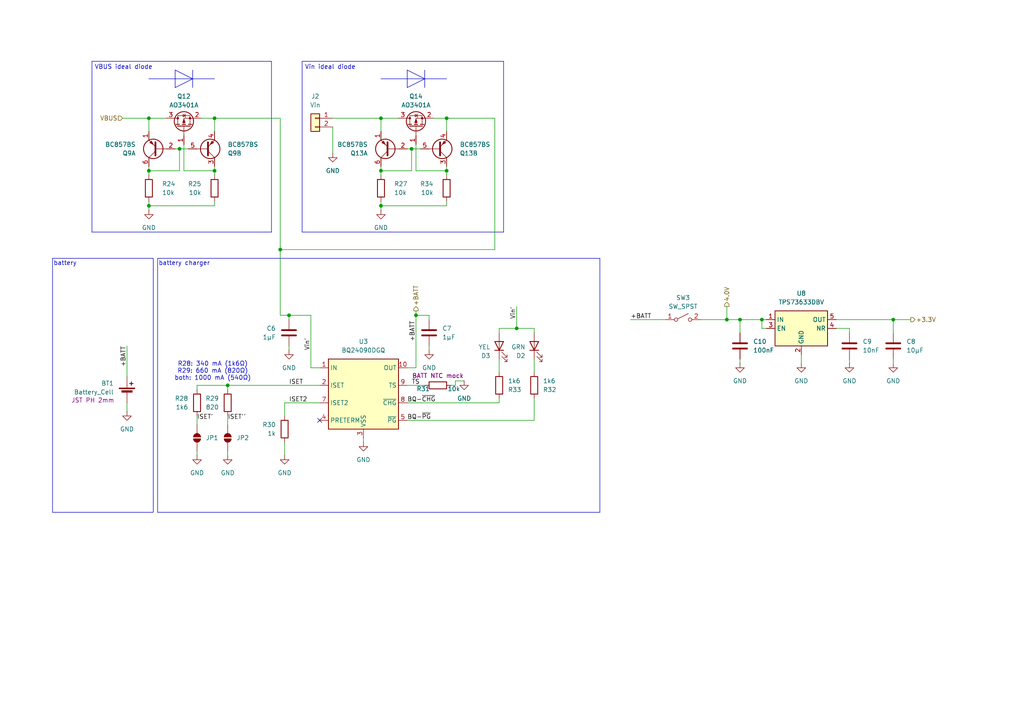
<source format=kicad_sch>
(kicad_sch (version 20231120) (generator "eeschema") (generator_version "8.0")
  (paper "A4")
  (title_block (title "${title}") (date "01.11.2024") (rev "${revision}") (company "author: ${author}"))
  (lib_symbols
    (symbol "Battery_Management:BQ24090DGQ"
      (property "Reference" "U" (at -9.398 13.462 0))
      (property "Value" "BQ24090DGQ" (at -3.81 11.43 0))
      (symbol "BQ24090DGQ_0_1"
        (rectangle (start -10.16 10.16) (end 10.16 -10.16) (stroke (width 0.254)) (fill (type background)))
      )
      (symbol "BQ24090DGQ_1_1"
        (pin power_in line (at -12.7 7.62 0) (length 2.54) (name "IN") (number "1"))
        (pin power_out line (at 12.7 7.62 180) (length 2.54) (name "OUT") (number "10"))
        (pin passive line (at 0 -12.7 90) (length 2.54) hide (name "VSS") (number "11"))
        (pin passive line (at -12.7 2.54 0) (length 2.54) (name "ISET") (number "2"))
        (pin power_in line (at 0 -12.7 90) (length 2.54) (name "VSS") (number "3"))
        (pin passive line (at -12.7 -7.62 0) (length 2.54) (name "PRETERM") (number "4"))
        (pin open_collector line (at 12.7 -7.62 180) (length 2.54) (name "~{PG}") (number "5"))
        (pin no_connect line (at 5.08 -10.16 90) (length 2.54) hide (name "NC") (number "6"))
        (pin passive line (at -12.7 -2.54 0) (length 2.54) (name "ISET2") (number "7"))
        (pin open_collector line (at 12.7 -2.54 180) (length 2.54) (name "~{CHG}") (number "8"))
        (pin passive line (at 12.7 2.54 180) (length 2.54) (name "TS") (number "9"))
      )
    )
    (symbol "Connector_Generic:Conn_01x02" (pin_names (offset 1.016) hide)
      (property "Reference" "J" (at 0 2.54 0))
      (property "Value" "Conn_01x02" (at 0 -5.08 0))
      (symbol "Conn_01x02_1_1"
        (rectangle (start -1.27 -2.413) (end 0 -2.667) (stroke (width 0.1524)))
        (rectangle (start -1.27 0.127) (end 0 -0.127) (stroke (width 0.1524)))
        (rectangle (start -1.27 1.27) (end 1.27 -3.81) (stroke (width 0.254)) (fill (type background)))
        (pin passive line (at -5.08 0 0) (length 3.81) (name "Pin_1") (number "1"))
        (pin passive line (at -5.08 -2.54 0) (length 3.81) (name "Pin_2") (number "2"))
      )
    )
    (symbol "Device:Battery_Cell" (pin_numbers hide) (pin_names (offset 0) hide)
      (property "Reference" "BT" (at 2.54 2.54 0))
      (property "Value" "Battery_Cell" (at 2.54 0 0))
      (symbol "Battery_Cell_0_1"
        (rectangle (start -2.286 1.778) (end 2.286 1.524) (fill (type outline)))
        (rectangle (start -1.524 1.016) (end 1.524 0.508) (fill (type outline)))
        (polyline (pts (xy 0 0.762) (xy 0 0)))
        (polyline (pts (xy 0 1.778) (xy 0 2.54)))
        (polyline (pts (xy 0.762 3.048) (xy 1.778 3.048)) (stroke (width 0.254)))
        (polyline (pts (xy 1.27 3.556) (xy 1.27 2.54)) (stroke (width 0.254)))
      )
      (symbol "Battery_Cell_1_1"
        (pin passive line (at 0 5.08 270) (length 2.54) (name "+") (number "1"))
        (pin passive line (at 0 -2.54 90) (length 2.54) (name "-") (number "2"))
      )
    )
    (symbol "Device:C" (pin_numbers hide) (pin_names (offset 0.254))
      (property "Reference" "C" (at 0.635 2.54 0))
      (property "Value" "C" (at 0.635 -2.54 0))
      (symbol "C_0_1"
        (polyline (pts (xy -2.032 -0.762) (xy 2.032 -0.762)) (stroke (width 0.508)))
        (polyline (pts (xy -2.032 0.762) (xy 2.032 0.762)) (stroke (width 0.508)))
      )
      (symbol "C_1_1"
        (pin passive line (at 0 3.81 270) (length 2.794) (name "~") (number "1"))
        (pin passive line (at 0 -3.81 90) (length 2.794) (name "~") (number "2"))
      )
    )
    (symbol "Device:LED" (pin_numbers hide) (pin_names (offset 1.016) hide)
      (property "Reference" "D" (at 0 2.54 0))
      (property "Value" "LED" (at 0 -2.54 0))
      (symbol "LED_0_1"
        (polyline (pts (xy -1.27 -1.27) (xy -1.27 1.27)) (stroke (width 0.254)))
        (polyline (pts (xy -1.27 0) (xy 1.27 0)))
        (polyline (pts (xy 1.27 -1.27) (xy 1.27 1.27) (xy -1.27 0) (xy 1.27 -1.27)) (stroke (width 0.254)))
        (polyline (pts (xy -3.048 -0.762) (xy -4.572 -2.286) (xy -3.81 -2.286) (xy -4.572 -2.286) (xy -4.572 -1.524)))
        (polyline (pts (xy -1.778 -0.762) (xy -3.302 -2.286) (xy -2.54 -2.286) (xy -3.302 -2.286) (xy -3.302 -1.524)))
      )
      (symbol "LED_1_1"
        (pin passive line (at -3.81 0 0) (length 2.54) (name "K") (number "1"))
        (pin passive line (at 3.81 0 180) (length 2.54) (name "A") (number "2"))
      )
    )
    (symbol "Device:R" (pin_numbers hide) (pin_names (offset 0))
      (property "Reference" "R" (at 2.032 0 90))
      (property "Value" "R" (at 0 0 90))
      (symbol "R_0_1"
        (rectangle (start -1.016 -2.54) (end 1.016 2.54) (stroke (width 0.254)))
      )
      (symbol "R_1_1"
        (pin passive line (at 0 3.81 270) (length 1.27) (name "~") (number "1"))
        (pin passive line (at 0 -3.81 90) (length 1.27) (name "~") (number "2"))
      )
    )
    (symbol "Jumper:SolderJumper_2_Open" (pin_numbers hide) (pin_names (offset 0) hide) (exclude_from_sim yes) (in_bom no)
      (property "Reference" "JP" (at 0 2.032 0))
      (property "Value" "SolderJumper_2_Open" (at 0 -2.54 0))
      (symbol "SolderJumper_2_Open_0_1"
        (arc (start -0.254 1.016) (mid -1.2656 0) (end -0.254 -1.016))
        (arc (start -0.254 1.016) (mid -1.2656 0) (end -0.254 -1.016) (fill (type outline)))
        (polyline (pts (xy -0.254 1.016) (xy -0.254 -1.016)))
        (polyline (pts (xy 0.254 1.016) (xy 0.254 -1.016)))
        (arc (start 0.254 -1.016) (mid 1.2656 0) (end 0.254 1.016))
        (arc (start 0.254 -1.016) (mid 1.2656 0) (end 0.254 1.016) (fill (type outline)))
      )
      (symbol "SolderJumper_2_Open_1_1"
        (pin passive line (at -3.81 0 0) (length 2.54) (name "A") (number "1"))
        (pin passive line (at 3.81 0 180) (length 2.54) (name "B") (number "2"))
      )
    )
    (symbol "Regulator_Linear:TPS73633DBV"
      (property "Reference" "U" (at -6.35 6.35 0))
      (property "Value" "TPS73633DBV" (at 1.27 6.35 0))
      (symbol "TPS73633DBV_0_1"
        (rectangle (start -7.62 -5.08) (end 7.62 5.08) (stroke (width 0.254)) (fill (type background)))
      )
      (symbol "TPS73633DBV_1_1"
        (pin power_in line (at -10.16 2.54 0) (length 2.54) (name "IN") (number "1"))
        (pin power_in line (at 0 -7.62 90) (length 2.54) (name "GND") (number "2"))
        (pin input line (at -10.16 0 0) (length 2.54) (name "EN") (number "3"))
        (pin passive line (at 10.16 0 180) (length 2.54) (name "NR") (number "4"))
        (pin power_out line (at 10.16 2.54 180) (length 2.54) (name "OUT") (number "5"))
      )
    )
    (symbol "Switch:SW_SPST" (pin_names (offset 0) hide)
      (property "Reference" "SW" (at 0 3.175 0))
      (property "Value" "SW_SPST" (at 0 -2.54 0))
      (symbol "SW_SPST_0_0"
        (circle (center -2.032 0) (radius 0.508))
        (polyline (pts (xy -1.524 0.254) (xy 1.524 1.778)))
        (circle (center 2.032 0) (radius 0.508))
      )
      (symbol "SW_SPST_1_1"
        (pin passive line (at -5.08 0 0) (length 2.54) (name "A") (number "1"))
        (pin passive line (at 5.08 0 180) (length 2.54) (name "B") (number "2"))
      )
    )
    (symbol "Transistor_BJT:BC857BS" (pin_names (offset 0) hide)
      (property "Reference" "Q" (at 5.08 1.27 0))
      (property "Value" "BC857BS" (at 5.08 -1.27 0))
      (symbol "BC857BS_0_1"
        (polyline (pts (xy 0.635 0) (xy -2.54 0)))
        (polyline (pts (xy 0.635 0.635) (xy 2.54 2.54)))
        (polyline (pts (xy 0.635 -0.635) (xy 2.54 -2.54) (xy 2.54 -2.54)))
        (polyline (pts (xy 0.635 1.905) (xy 0.635 -1.905) (xy 0.635 -1.905)) (stroke (width 0.508)))
        (polyline (pts (xy 2.286 -1.778) (xy 1.778 -2.286) (xy 1.27 -1.27) (xy 2.286 -1.778) (xy 2.286 -1.778)) (fill (type outline)))
        (circle (center 1.27 0) (radius 2.8194) (stroke (width 0.254)))
      )
      (symbol "BC857BS_1_1"
        (pin passive line (at 2.54 -5.08 90) (length 2.54) (name "E1") (number "1"))
        (pin input line (at -5.08 0 0) (length 2.54) (name "B1") (number "2"))
        (pin passive line (at 2.54 5.08 270) (length 2.54) (name "C1") (number "6"))
      )
      (symbol "BC857BS_2_1"
        (pin passive line (at 2.54 5.08 270) (length 2.54) (name "C2") (number "3"))
        (pin passive line (at 2.54 -5.08 90) (length 2.54) (name "E2") (number "4"))
        (pin input line (at -5.08 0 0) (length 2.54) (name "B2") (number "5"))
      )
    )
    (symbol "Transistor_FET:AO3401A" (pin_names hide)
      (property "Reference" "Q" (at 5.08 1.905 0))
      (property "Value" "AO3401A" (at 5.08 0 0))
      (symbol "AO3401A_0_1"
        (polyline (pts (xy 0.254 0) (xy -2.54 0)))
        (polyline (pts (xy 0.254 1.905) (xy 0.254 -1.905)) (stroke (width 0.254)))
        (polyline (pts (xy 0.762 -1.27) (xy 0.762 -2.286)) (stroke (width 0.254)))
        (polyline (pts (xy 0.762 0.508) (xy 0.762 -0.508)) (stroke (width 0.254)))
        (polyline (pts (xy 0.762 2.286) (xy 0.762 1.27)) (stroke (width 0.254)))
        (polyline (pts (xy 2.54 2.54) (xy 2.54 1.778)))
        (polyline (pts (xy 2.54 -2.54) (xy 2.54 0) (xy 0.762 0)))
        (polyline (pts (xy 0.762 1.778) (xy 3.302 1.778) (xy 3.302 -1.778) (xy 0.762 -1.778)))
        (polyline (pts (xy 2.286 0) (xy 1.27 0.381) (xy 1.27 -0.381) (xy 2.286 0)) (fill (type outline)))
        (polyline (pts (xy 2.794 -0.508) (xy 2.921 -0.381) (xy 3.683 -0.381) (xy 3.81 -0.254)))
        (polyline (pts (xy 3.302 -0.381) (xy 2.921 0.254) (xy 3.683 0.254) (xy 3.302 -0.381)))
        (circle (center 1.651 0) (radius 2.794) (stroke (width 0.254)))
        (circle (center 2.54 -1.778) (radius 0.254) (fill (type outline)))
        (circle (center 2.54 1.778) (radius 0.254) (fill (type outline)))
      )
      (symbol "AO3401A_1_1"
        (pin input line (at -5.08 0 0) (length 2.54) (name "G") (number "1"))
        (pin passive line (at 2.54 -5.08 90) (length 2.54) (name "S") (number "2"))
        (pin passive line (at 2.54 5.08 270) (length 2.54) (name "D") (number "3"))
      )
    )
    (symbol "power:GND" (power) (pin_numbers hide) (pin_names (offset 0) hide)
      (property "Value" "GND" (at 0 -3.81 0))
      (symbol "GND_0_1"
        (polyline (pts (xy 0 0) (xy 0 -1.27) (xy 1.27 -1.27) (xy 0 -2.54) (xy -1.27 -1.27) (xy 0 -1.27)))
      )
      (symbol "GND_1_1"
        (pin power_in line (at 0 0 270) (length 0) (name "~") (number "1"))
      )
    )
  )
  (junction (at 214.63 92.71))
  (junction (at 119.38 43.18))
  (junction (at 83.82 91.44))
  (junction (at 43.18 34.29))
  (junction (at 210.82 92.71))
  (junction (at 110.49 59.69))
  (junction (at 110.49 34.29))
  (junction (at 43.18 59.69))
  (junction (at 62.23 49.53))
  (junction (at 66.04 111.76))
  (junction (at 81.28 72.39))
  (junction (at 259.08 92.71))
  (junction (at 110.49 49.53))
  (junction (at 120.65 91.44))
  (junction (at 62.23 34.29))
  (junction (at 129.54 34.29))
  (junction (at 129.54 49.53))
  (junction (at 52.07 43.18))
  (junction (at 149.86 95.25))
  (junction (at 220.98 92.71))
  (junction (at 43.18 49.53))
  (no_connect (at 92.71 121.92))
  (wire (pts (xy 232.41 105.41) (xy 232.41 102.87)))
  (wire (pts (xy 214.63 104.14) (xy 214.63 105.41)))
  (wire (pts (xy 43.18 58.42) (xy 43.18 59.69)))
  (wire (pts (xy 129.54 59.69) (xy 129.54 58.42)))
  (polyline (pts (xy 50.8 20.32) (xy 55.88 22.86)))
  (wire (pts (xy 36.83 100.33) (xy 36.83 109.22)))
  (wire (pts (xy 66.04 120.65) (xy 66.04 123.19)))
  (wire (pts (xy 132.08 111.76) (xy 132.08 110.49)))
  (wire (pts (xy 82.55 128.27) (xy 82.55 132.08)))
  (wire (pts (xy 43.18 49.53) (xy 43.18 48.26)))
  (wire (pts (xy 220.98 92.71) (xy 220.98 95.25)))
  (wire (pts (xy 246.38 104.14) (xy 246.38 105.41)))
  (wire (pts (xy 144.78 96.52) (xy 144.78 95.25)))
  (wire (pts (xy 119.38 43.18) (xy 119.38 49.53)))
  (wire (pts (xy 259.08 96.52) (xy 259.08 92.71)))
  (wire (pts (xy 143.51 34.29) (xy 143.51 72.39)))
  (wire (pts (xy 149.86 88.9) (xy 149.86 95.25)))
  (polyline (pts (xy 146.05 67.31) (xy 146.05 17.78)))
  (wire (pts (xy 52.07 49.53) (xy 43.18 49.53)))
  (wire (pts (xy 36.83 116.84) (xy 36.83 119.38)))
  (polyline (pts (xy 87.63 67.31) (xy 146.05 67.31)))
  (wire (pts (xy 246.38 96.52) (xy 246.38 95.25)))
  (wire (pts (xy 118.11 106.68) (xy 120.65 106.68)))
  (wire (pts (xy 110.49 34.29) (xy 110.49 38.1)))
  (wire (pts (xy 119.38 43.18) (xy 121.92 43.18)))
  (wire (pts (xy 53.34 41.91) (xy 53.34 49.53)))
  (wire (pts (xy 110.49 59.69) (xy 110.49 60.96)))
  (wire (pts (xy 132.08 111.76) (xy 130.81 111.76)))
  (polyline (pts (xy 44.45 148.59) (xy 44.45 74.93)))
  (wire (pts (xy 214.63 92.71) (xy 220.98 92.71)))
  (wire (pts (xy 118.11 121.92) (xy 154.94 121.92)))
  (wire (pts (xy 66.04 111.76) (xy 66.04 113.03)))
  (wire (pts (xy 259.08 92.71) (xy 264.16 92.71)))
  (polyline (pts (xy 110.49 22.86) (xy 129.54 22.86)))
  (wire (pts (xy 120.65 91.44) (xy 120.65 106.68)))
  (wire (pts (xy 90.17 91.44) (xy 90.17 106.68)))
  (wire (pts (xy 132.08 110.49) (xy 134.62 110.49)))
  (wire (pts (xy 154.94 96.52) (xy 154.94 95.25)))
  (wire (pts (xy 50.8 43.18) (xy 52.07 43.18)))
  (polyline (pts (xy 26.67 17.78) (xy 78.74 17.78)))
  (wire (pts (xy 83.82 100.33) (xy 83.82 101.6)))
  (wire (pts (xy 110.49 49.53) (xy 110.49 50.8)))
  (wire (pts (xy 119.38 49.53) (xy 110.49 49.53)))
  (polyline (pts (xy 45.72 148.59) (xy 173.99 148.59)))
  (polyline (pts (xy 87.63 17.78) (xy 146.05 17.78)))
  (wire (pts (xy 96.52 34.29) (xy 110.49 34.29)))
  (wire (pts (xy 62.23 34.29) (xy 62.23 38.1)))
  (wire (pts (xy 90.17 106.68) (xy 92.71 106.68)))
  (wire (pts (xy 120.65 49.53) (xy 129.54 49.53)))
  (wire (pts (xy 143.51 72.39) (xy 81.28 72.39)))
  (wire (pts (xy 62.23 49.53) (xy 62.23 50.8)))
  (wire (pts (xy 124.46 92.71) (xy 124.46 91.44)))
  (wire (pts (xy 43.18 59.69) (xy 62.23 59.69)))
  (polyline (pts (xy 118.11 20.32) (xy 123.19 22.86)))
  (wire (pts (xy 53.34 49.53) (xy 62.23 49.53)))
  (wire (pts (xy 83.82 91.44) (xy 90.17 91.44)))
  (wire (pts (xy 66.04 111.76) (xy 92.71 111.76)))
  (polyline (pts (xy 50.8 25.4) (xy 55.88 22.86)))
  (wire (pts (xy 125.73 34.29) (xy 129.54 34.29)))
  (wire (pts (xy 92.71 116.84) (xy 82.55 116.84)))
  (wire (pts (xy 62.23 59.69) (xy 62.23 58.42)))
  (wire (pts (xy 222.25 95.25) (xy 220.98 95.25)))
  (polyline (pts (xy 26.67 67.31) (xy 78.74 67.31)))
  (wire (pts (xy 149.86 95.25) (xy 154.94 95.25)))
  (wire (pts (xy 66.04 111.76) (xy 57.15 111.76)))
  (wire (pts (xy 35.56 34.29) (xy 43.18 34.29)))
  (wire (pts (xy 124.46 100.33) (xy 124.46 101.6)))
  (wire (pts (xy 81.28 34.29) (xy 81.28 72.39)))
  (wire (pts (xy 43.18 59.69) (xy 43.18 60.96)))
  (wire (pts (xy 83.82 92.71) (xy 83.82 91.44)))
  (wire (pts (xy 57.15 120.65) (xy 57.15 123.19)))
  (wire (pts (xy 110.49 49.53) (xy 110.49 48.26)))
  (wire (pts (xy 129.54 34.29) (xy 129.54 38.1)))
  (polyline (pts (xy 118.11 20.32) (xy 118.11 25.4)))
  (wire (pts (xy 66.04 130.81) (xy 66.04 132.08)))
  (wire (pts (xy 124.46 91.44) (xy 120.65 91.44)))
  (wire (pts (xy 154.94 104.14) (xy 154.94 107.95)))
  (wire (pts (xy 120.65 90.17) (xy 120.65 91.44)))
  (polyline (pts (xy 15.24 74.93) (xy 15.24 148.59)))
  (wire (pts (xy 105.41 127) (xy 105.41 128.27)))
  (wire (pts (xy 52.07 43.18) (xy 52.07 49.53)))
  (wire (pts (xy 57.15 130.81) (xy 57.15 132.08)))
  (wire (pts (xy 203.2 92.71) (xy 210.82 92.71)))
  (wire (pts (xy 82.55 116.84) (xy 82.55 120.65)))
  (wire (pts (xy 43.18 34.29) (xy 43.18 38.1)))
  (wire (pts (xy 57.15 111.76) (xy 57.15 113.03)))
  (wire (pts (xy 81.28 72.39) (xy 81.28 91.44)))
  (polyline (pts (xy 55.88 20.32) (xy 55.88 25.4)))
  (polyline (pts (xy 45.72 74.93) (xy 173.99 74.93)))
  (wire (pts (xy 62.23 34.29) (xy 81.28 34.29)))
  (wire (pts (xy 118.11 111.76) (xy 123.19 111.76)))
  (wire (pts (xy 110.49 58.42) (xy 110.49 59.69)))
  (wire (pts (xy 81.28 91.44) (xy 83.82 91.44)))
  (polyline (pts (xy 45.72 74.93) (xy 45.72 148.59)))
  (wire (pts (xy 154.94 121.92) (xy 154.94 115.57)))
  (wire (pts (xy 62.23 49.53) (xy 62.23 48.26)))
  (wire (pts (xy 58.42 34.29) (xy 62.23 34.29)))
  (polyline (pts (xy 43.18 22.86) (xy 62.23 22.86)))
  (wire (pts (xy 118.11 43.18) (xy 119.38 43.18)))
  (wire (pts (xy 52.07 43.18) (xy 54.61 43.18)))
  (wire (pts (xy 214.63 92.71) (xy 214.63 96.52)))
  (wire (pts (xy 220.98 92.71) (xy 222.25 92.71)))
  (wire (pts (xy 43.18 34.29) (xy 48.26 34.29)))
  (polyline (pts (xy 15.24 74.93) (xy 44.45 74.93)))
  (polyline (pts (xy 78.74 67.31) (xy 78.74 17.78)))
  (wire (pts (xy 110.49 59.69) (xy 129.54 59.69)))
  (wire (pts (xy 259.08 104.14) (xy 259.08 105.41)))
  (polyline (pts (xy 123.19 20.32) (xy 123.19 25.4)))
  (polyline (pts (xy 15.24 148.59) (xy 44.45 148.59)))
  (polyline (pts (xy 50.8 20.32) (xy 50.8 25.4)))
  (wire (pts (xy 210.82 88.9) (xy 210.82 92.71)))
  (polyline (pts (xy 87.63 17.78) (xy 87.63 67.31)))
  (wire (pts (xy 144.78 104.14) (xy 144.78 107.95)))
  (polyline (pts (xy 118.11 25.4) (xy 123.19 22.86)))
  (wire (pts (xy 246.38 95.25) (xy 242.57 95.25)))
  (wire (pts (xy 144.78 116.84) (xy 144.78 115.57)))
  (wire (pts (xy 118.11 116.84) (xy 144.78 116.84)))
  (wire (pts (xy 129.54 49.53) (xy 129.54 48.26)))
  (polyline (pts (xy 173.99 148.59) (xy 173.99 74.93)))
  (wire (pts (xy 144.78 95.25) (xy 149.86 95.25)))
  (wire (pts (xy 96.52 44.45) (xy 96.52 36.83)))
  (wire (pts (xy 182.88 92.71) (xy 193.04 92.71)))
  (wire (pts (xy 210.82 92.71) (xy 214.63 92.71)))
  (wire (pts (xy 129.54 49.53) (xy 129.54 50.8)))
  (wire (pts (xy 242.57 92.71) (xy 259.08 92.71)))
  (wire (pts (xy 129.54 34.29) (xy 143.51 34.29)))
  (wire (pts (xy 43.18 49.53) (xy 43.18 50.8)))
  (wire (pts (xy 110.49 34.29) (xy 115.57 34.29)))
  (polyline (pts (xy 26.67 17.78) (xy 26.67 67.31)))
  (wire (pts (xy 120.65 41.91) (xy 120.65 49.53)))
  (text "battery" (at 15.494 76.454 0) (effects (font (size 1.27 1.27)) (justify left)))
  (text "Vin ideal diode\n" (at 88.392 19.558 0) (effects (font (size 1.27 1.27)) (justify left)))
  (text "battery charger" (at 45.974 76.454 0) (effects (font (size 1.27 1.27)) (justify left)))
  (text "R28: 340 mA (1k6Ω)\nR29: 660 mA (820Ω)\nboth: 1000 mA (540Ω)" (at 61.722 107.696 0) (effects (font (size 1.27 1.27))))
  (text "VBUS ideal diode\n" (at 27.432 19.558 0) (effects (font (size 1.27 1.27)) (justify left)))
  (label "BQ-~{CHG}" (at 118.11 116.84 0))
  (label "+BATT" (at 36.83 100.33 270))
  (label "+BATT" (at 120.65 99.06 90))
  (label "ISET2" (at 83.82 116.84 0))
  (label "ISET'" (at 57.15 121.92 0))
  (label "ISET''" (at 66.04 121.92 0))
  (label "+BATT" (at 182.88 92.71 0))
  (label "Vin'" (at 149.86 88.9 270))
  (label "ISET" (at 83.82 111.76 0))
  (label "TS" (at 119.38 111.76 0))
  (label "BQ-~{PG}" (at 118.11 121.92 0))
  (label "Vin'" (at 90.17 101.6 90))
  (hierarchical_label "+BATT" (shape output) (at 120.65 90.17 90))
  (hierarchical_label "4.0V" (shape output) (at 210.82 88.9 90))
  (hierarchical_label "+3.3V" (shape output) (at 264.16 92.71 0))
  (hierarchical_label "VBUS" (shape input) (at 35.56 34.29 180))
  (symbol (lib_id "Transistor_BJT:BC857BS") (at 59.69 43.18 0) (mirror x) (unit 2)
    (property "Reference" "Q9" (at 66.04 44.4501 0) (effects (justify left)))
    (property "Value" "BC857BS" (at 66.04 41.9101 0) (effects (justify left)))
    (property "Footprint" "Package_TO_SOT_SMD:SOT-363_SC-70-6" (effects (hide yes)))
    (property "Datasheet" "https://assets.nexperia.com/documents/data-sheet/BC857BS.pdf" (effects (hide yes)))
    (property "Description" "100mA IC, 45V Vce, Dual PNP/PNP Transistors, SOT-363" (effects (hide yes)))
  )
  (symbol (lib_id "power:GND") (at 110.49 60.96 0) (unit 1)
    (property "Reference" "#PWR059" (effects (hide yes)))
    (property "Value" "GND" (at 110.49 66.04 0))
    (property "Description" "Power symbol creates a global label with name \"GND\" , ground" (effects (hide yes)))
  )
  (symbol (lib_id "Switch:SW_SPST") (at 198.12 92.71 0) (unit 1)
    (property "Reference" "SW3" (at 198.12 86.36 0))
    (property "Value" "SW_SPST" (at 198.12 88.9 0))
    (property "Footprint" "Connector_JST:JST_PH_B2B-PH-K_1x02_P2.00mm_Vertical" (effects (hide yes)))
    (property "Description" "Single Pole Single Throw (SPST) switch" (effects (hide yes)))
  )
  (symbol (lib_id "power:GND") (at 82.55 132.08 0) (unit 1)
    (property "Reference" "#PWR014" (effects (hide yes)))
    (property "Value" "GND" (at 82.55 137.16 0))
    (property "Description" "Power symbol creates a global label with name \"GND\" , ground" (effects (hide yes)))
  )
  (symbol (lib_id "power:GND") (at 214.63 105.41 0) (unit 1)
    (property "Reference" "#PWR051" (effects (hide yes)))
    (property "Value" "GND" (at 214.63 110.49 0))
    (property "Description" "Power symbol creates a global label with name \"GND\" , ground" (effects (hide yes)))
  )
  (symbol (lib_id "Device:R") (at 82.55 124.46 0) (mirror y) (unit 1)
    (property "Reference" "R30" (at 80.01 123.1899 0) (effects (justify left)))
    (property "Value" "1k" (at 80.01 125.7299 0) (effects (justify left)))
    (property "Footprint" "Resistor_SMD:R_0603_1608Metric" (effects (hide yes)))
    (property "Description" "Resistor" (effects (hide yes)))
  )
  (symbol (lib_id "Transistor_FET:AO3401A") (at 120.65 36.83 90) (unit 1)
    (property "Reference" "Q14" (at 120.65 27.94 90))
    (property "Value" "AO3401A" (at 120.65 30.48 90))
    (property "Footprint" "Package_TO_SOT_SMD:SOT-23" (effects (hide yes)))
    (property "Datasheet" "http://www.aosmd.com/pdfs/datasheet/AO3401A.pdf" (effects (hide yes)))
    (property "Description" "-4.0A Id, -30V Vds, P-Channel MOSFET, SOT-23" (effects (hide yes)))
  )
  (symbol (lib_id "Device:LED") (at 144.78 100.33 90) (unit 1)
    (property "Reference" "D3" (at 142.24 103.1876 90) (effects (justify left)))
    (property "Value" "YEL" (at 142.24 100.6476 90) (effects (justify left)))
    (property "Footprint" "LED_SMD:LED_0805_2012Metric" (effects (hide yes)))
    (property "Description" "Light emitting diode" (effects (hide yes)))
  )
  (symbol (lib_id "Battery_Management:BQ24090DGQ") (at 105.41 114.3 0) (unit 1)
    (property "Reference" "U3" (at 105.41 99.06 0))
    (property "Value" "BQ24090DGQ" (at 105.41 101.6 0))
    (property "Footprint" "Package_SO:HVSSOP-10-1EP_3x3mm_P0.5mm_EP1.57x1.88mm_ThermalVias" (effects (hide yes)))
    (property "Datasheet" "http://www.ti.com/lit/ds/symlink/bq24090.pdf" (effects (hide yes)))
  )
  (symbol (lib_id "Device:R") (at 66.04 116.84 0) (mirror y) (unit 1)
    (property "Reference" "R29" (at 63.5 115.5699 0) (effects (justify left)))
    (property "Value" "820" (at 63.5 118.1099 0) (effects (justify left)))
    (property "Footprint" "Resistor_SMD:R_0603_1608Metric" (effects (hide yes)))
    (property "Description" "Resistor" (effects (hide yes)))
  )
  (symbol (lib_id "power:GND") (at 57.15 132.08 0) (unit 1)
    (property "Reference" "#PWR06" (effects (hide yes)))
    (property "Value" "GND" (at 57.15 137.16 0))
    (property "Description" "Power symbol creates a global label with name \"GND\" , ground" (effects (hide yes)))
  )
  (symbol (lib_id "power:GND") (at 96.52 44.45 0) (unit 1)
    (property "Reference" "#PWR042" (effects (hide yes)))
    (property "Value" "GND" (at 96.52 49.53 0))
    (property "Description" "Power symbol creates a global label with name \"GND\" , ground" (effects (hide yes)))
  )
  (symbol (lib_id "Jumper:SolderJumper_2_Open") (at 66.04 127 90) (unit 1) (exclude_from_sim yes) (in_bom no)
    (property "Reference" "JP2" (at 68.58 126.9999 90) (effects (justify right)))
    (property "Value" "SolderJumper_2_Open" (effects (hide yes)))
    (property "Footprint" "Jumper:SolderJumper-2_P1.3mm_Open_RoundedPad1.0x1.5mm" (effects (hide yes)))
    (property "Description" "Solder Jumper, 2-pole, open" (effects (hide yes)))
  )
  (symbol (lib_id "Connector_Generic:Conn_01x02") (at 91.44 34.29 0) (mirror y) (unit 1)
    (property "Reference" "J2" (at 91.44 27.94 0))
    (property "Value" "Vin" (at 91.44 30.48 0))
    (property "Footprint" "Connector_JST:JST_PH_B2B-PH-K_1x02_P2.00mm_Vertical" (effects (hide yes)))
    (property "Description" "Generic connector, single row, 01x02, script generated (kicad-library-utils/schlib/autogen/connector/)" (effects (hide yes)))
  )
  (symbol (lib_id "power:GND") (at 124.46 101.6 0) (unit 1)
    (property "Reference" "#PWR052" (effects (hide yes)))
    (property "Value" "GND" (at 124.46 106.68 0))
    (property "Description" "Power symbol creates a global label with name \"GND\" , ground" (effects (hide yes)))
  )
  (symbol (lib_id "Device:C") (at 124.46 96.52 0) (unit 1)
    (property "Reference" "C7" (at 128.27 95.2499 0) (effects (justify left)))
    (property "Value" "1µF" (at 128.27 97.7899 0) (effects (justify left)))
    (property "Footprint" "Capacitor_SMD:C_0603_1608Metric" (effects (hide yes)))
    (property "Description" "Unpolarized capacitor" (effects (hide yes)))
  )
  (symbol (lib_id "Transistor_FET:AO3401A") (at 53.34 36.83 90) (unit 1)
    (property "Reference" "Q12" (at 53.34 27.94 90))
    (property "Value" "AO3401A" (at 53.34 30.48 90))
    (property "Footprint" "Package_TO_SOT_SMD:SOT-23" (effects (hide yes)))
    (property "Datasheet" "http://www.aosmd.com/pdfs/datasheet/AO3401A.pdf" (effects (hide yes)))
    (property "Description" "-4.0A Id, -30V Vds, P-Channel MOSFET, SOT-23" (effects (hide yes)))
  )
  (symbol (lib_id "power:GND") (at 83.82 101.6 0) (unit 1)
    (property "Reference" "#PWR035" (effects (hide yes)))
    (property "Value" "GND" (at 83.82 106.68 0))
    (property "Description" "Power symbol creates a global label with name \"GND\" , ground" (effects (hide yes)))
  )
  (symbol (lib_id "Device:C") (at 259.08 100.33 0) (unit 1)
    (property "Reference" "C8" (at 262.89 99.0599 0) (effects (justify left)))
    (property "Value" "10µF" (at 262.89 101.5999 0) (effects (justify left)))
    (property "Footprint" "Capacitor_SMD:C_0603_1608Metric" (effects (hide yes)))
    (property "Description" "Unpolarized capacitor" (effects (hide yes)))
  )
  (symbol (lib_id "Device:C") (at 246.38 100.33 0) (unit 1)
    (property "Reference" "C9" (at 250.19 99.0599 0) (effects (justify left)))
    (property "Value" "10nF" (at 250.19 101.5999 0) (effects (justify left)))
    (property "Footprint" "Capacitor_SMD:C_0603_1608Metric" (effects (hide yes)))
    (property "Description" "Unpolarized capacitor" (effects (hide yes)))
  )
  (symbol (lib_id "power:GND") (at 36.83 119.38 0) (unit 1)
    (property "Reference" "#PWR07" (effects (hide yes)))
    (property "Value" "GND" (at 36.83 124.46 0))
    (property "Description" "Power symbol creates a global label with name \"GND\" , ground" (effects (hide yes)))
  )
  (symbol (lib_id "Device:R") (at 144.78 111.76 0) (mirror x) (unit 1)
    (property "Reference" "R33" (at 147.32 113.0301 0) (effects (justify left)))
    (property "Value" "1k6" (at 147.32 110.4901 0) (effects (justify left)))
    (property "Footprint" "Resistor_SMD:R_0603_1608Metric" (effects (hide yes)))
    (property "Description" "Resistor" (effects (hide yes)))
  )
  (symbol (lib_id "Device:LED") (at 154.94 100.33 90) (unit 1)
    (property "Reference" "D2" (at 152.4 103.1876 90) (effects (justify left)))
    (property "Value" "GRN" (at 152.4 100.6476 90) (effects (justify left)))
    (property "Footprint" "LED_SMD:LED_0805_2012Metric" (effects (hide yes)))
    (property "Description" "Light emitting diode" (effects (hide yes)))
  )
  (symbol (lib_id "power:GND") (at 246.38 105.41 0) (unit 1)
    (property "Reference" "#PWR049" (effects (hide yes)))
    (property "Value" "GND" (at 246.38 110.49 0))
    (property "Description" "Power symbol creates a global label with name \"GND\" , ground" (effects (hide yes)))
  )
  (symbol (lib_id "Device:R") (at 43.18 54.61 0) (unit 1)
    (property "Reference" "R24" (at 46.99 53.3399 0) (effects (justify left)))
    (property "Value" "10k" (at 46.99 55.8799 0) (effects (justify left)))
    (property "Footprint" "Resistor_SMD:R_0603_1608Metric" (effects (hide yes)))
    (property "Description" "Resistor" (effects (hide yes)))
  )
  (symbol (lib_id "Device:R") (at 154.94 111.76 0) (mirror x) (unit 1)
    (property "Reference" "R32" (at 157.48 113.0301 0) (effects (justify left)))
    (property "Value" "1k6" (at 157.48 110.4901 0) (effects (justify left)))
    (property "Footprint" "Resistor_SMD:R_0603_1608Metric" (effects (hide yes)))
    (property "Description" "Resistor" (effects (hide yes)))
  )
  (symbol (lib_id "power:GND") (at 259.08 105.41 0) (unit 1)
    (property "Reference" "#PWR050" (effects (hide yes)))
    (property "Value" "GND" (at 259.08 110.49 0))
    (property "Description" "Power symbol creates a global label with name \"GND\" , ground" (effects (hide yes)))
  )
  (symbol (lib_id "Device:C") (at 83.82 96.52 0) (mirror y) (unit 1)
    (property "Reference" "C6" (at 80.01 95.2499 0) (effects (justify left)))
    (property "Value" "1µF" (at 80.01 97.7899 0) (effects (justify left)))
    (property "Footprint" "Capacitor_SMD:C_0603_1608Metric" (effects (hide yes)))
    (property "Description" "Unpolarized capacitor" (effects (hide yes)))
  )
  (symbol (lib_id "power:GND") (at 43.18 60.96 0) (unit 1)
    (property "Reference" "#PWR043" (effects (hide yes)))
    (property "Value" "GND" (at 43.18 66.04 0))
    (property "Description" "Power symbol creates a global label with name \"GND\" , ground" (effects (hide yes)))
  )
  (symbol (lib_id "Jumper:SolderJumper_2_Open") (at 57.15 127 90) (unit 1) (exclude_from_sim yes) (in_bom no)
    (property "Reference" "JP1" (at 59.69 126.9999 90) (effects (justify right)))
    (property "Value" "SolderJumper_2_Open" (effects (hide yes)))
    (property "Footprint" "Jumper:SolderJumper-2_P1.3mm_Open_RoundedPad1.0x1.5mm" (effects (hide yes)))
    (property "Description" "Solder Jumper, 2-pole, open" (effects (hide yes)))
  )
  (symbol (lib_id "Device:C") (at 214.63 100.33 0) (unit 1)
    (property "Reference" "C10" (at 218.44 99.0599 0) (effects (justify left)))
    (property "Value" "100nF" (at 218.44 101.5999 0) (effects (justify left)))
    (property "Footprint" "Capacitor_SMD:C_0603_1608Metric" (effects (hide yes)))
    (property "Description" "Unpolarized capacitor" (effects (hide yes)))
  )
  (symbol (lib_id "Device:R") (at 110.49 54.61 0) (unit 1)
    (property "Reference" "R27" (at 114.3 53.3399 0) (effects (justify left)))
    (property "Value" "10k" (at 114.3 55.8799 0) (effects (justify left)))
    (property "Footprint" "Resistor_SMD:R_0603_1608Metric" (effects (hide yes)))
    (property "Description" "Resistor" (effects (hide yes)))
  )
  (symbol (lib_id "Device:R") (at 127 111.76 90) (mirror x) (unit 1)
    (property "Reference" "R31" (at 124.7139 112.776 90) (effects (justify left)))
    (property "Value" "10k" (at 129.7939 112.776 90) (effects (justify right)))
    (property "Footprint" "Resistor_SMD:R_0603_1608Metric" (effects (hide yes)))
    (property "Description" "Resistor" (effects (hide yes)))
    (property "Note" "BATT NTC mock" (at 127 108.966 90))
  )
  (symbol (lib_id "Device:R") (at 62.23 54.61 0) (mirror y) (unit 1)
    (property "Reference" "R25" (at 58.42 53.3399 0) (effects (justify left)))
    (property "Value" "10k" (at 58.42 55.8799 0) (effects (justify left)))
    (property "Footprint" "Resistor_SMD:R_0603_1608Metric" (effects (hide yes)))
    (property "Description" "Resistor" (effects (hide yes)))
  )
  (symbol (lib_id "power:GND") (at 105.41 128.27 0) (unit 1)
    (property "Reference" "#PWR046" (effects (hide yes)))
    (property "Value" "GND" (at 105.41 133.35 0))
    (property "Description" "Power symbol creates a global label with name \"GND\" , ground" (effects (hide yes)))
  )
  (symbol (lib_id "Device:R") (at 129.54 54.61 0) (mirror y) (unit 1)
    (property "Reference" "R34" (at 125.73 53.3399 0) (effects (justify left)))
    (property "Value" "10k" (at 125.73 55.8799 0) (effects (justify left)))
    (property "Footprint" "Resistor_SMD:R_0603_1608Metric" (effects (hide yes)))
    (property "Description" "Resistor" (effects (hide yes)))
  )
  (symbol (lib_id "power:GND") (at 66.04 132.08 0) (unit 1)
    (property "Reference" "#PWR012" (effects (hide yes)))
    (property "Value" "GND" (at 66.04 137.16 0))
    (property "Description" "Power symbol creates a global label with name \"GND\" , ground" (effects (hide yes)))
  )
  (symbol (lib_id "Device:R") (at 57.15 116.84 0) (mirror y) (unit 1)
    (property "Reference" "R28" (at 54.61 115.5699 0) (effects (justify left)))
    (property "Value" "1k6" (at 54.61 118.1099 0) (effects (justify left)))
    (property "Footprint" "Resistor_SMD:R_0603_1608Metric" (effects (hide yes)))
    (property "Description" "Resistor" (effects (hide yes)))
  )
  (symbol (lib_id "Transistor_BJT:BC857BS") (at 127 43.18 0) (mirror x) (unit 2)
    (property "Reference" "Q13" (at 133.35 44.4501 0) (effects (justify left)))
    (property "Value" "BC857BS" (at 133.35 41.9101 0) (effects (justify left)))
    (property "Footprint" "Package_TO_SOT_SMD:SOT-363_SC-70-6" (effects (hide yes)))
    (property "Datasheet" "https://assets.nexperia.com/documents/data-sheet/BC857BS.pdf" (effects (hide yes)))
    (property "Description" "100mA IC, 45V Vce, Dual PNP/PNP Transistors, SOT-363" (effects (hide yes)))
  )
  (symbol (lib_id "Transistor_BJT:BC857BS") (at 45.72 43.18 180) (unit 1)
    (property "Reference" "Q9" (at 39.37 44.4501 0) (effects (justify left)))
    (property "Value" "BC857BS" (at 39.37 41.9101 0) (effects (justify left)))
    (property "Footprint" "Package_TO_SOT_SMD:SOT-363_SC-70-6" (effects (hide yes)))
    (property "Datasheet" "https://assets.nexperia.com/documents/data-sheet/BC857BS.pdf" (effects (hide yes)))
    (property "Description" "100mA IC, 45V Vce, Dual PNP/PNP Transistors, SOT-363" (effects (hide yes)))
  )
  (symbol (lib_id "Transistor_BJT:BC857BS") (at 113.03 43.18 180) (unit 1)
    (property "Reference" "Q13" (at 106.68 44.4501 0) (effects (justify left)))
    (property "Value" "BC857BS" (at 106.68 41.9101 0) (effects (justify left)))
    (property "Footprint" "Package_TO_SOT_SMD:SOT-363_SC-70-6" (effects (hide yes)))
    (property "Datasheet" "https://assets.nexperia.com/documents/data-sheet/BC857BS.pdf" (effects (hide yes)))
    (property "Description" "100mA IC, 45V Vce, Dual PNP/PNP Transistors, SOT-363" (effects (hide yes)))
  )
  (symbol (lib_id "power:GND") (at 232.41 105.41 0) (unit 1)
    (property "Reference" "#PWR045" (effects (hide yes)))
    (property "Value" "GND" (at 232.41 110.49 0))
    (property "Description" "Power symbol creates a global label with name \"GND\" , ground" (effects (hide yes)))
  )
  (symbol (lib_id "Regulator_Linear:TPS73633DBV") (at 232.41 95.25 0) (unit 1)
    (property "Reference" "U8" (at 232.41 85.09 0))
    (property "Value" "TPS73633DBV" (at 232.41 87.63 0))
    (property "Footprint" "Package_TO_SOT_SMD:SOT-23-5" (effects (hide yes)))
    (property "Datasheet" "http://www.ti.com/lit/ds/symlink/tps736.pdf" (effects (hide yes)))
    (property "Description" "Cap free NMOS 400mA Low Drop 3.3V Regulator, SOT-23-5" (effects (hide yes)))
  )
  (symbol (lib_id "Device:Battery_Cell") (at 36.83 114.3 0) (unit 1)
    (property "Reference" "BT1" (at 33.02 111.1884 0) (effects (justify right)))
    (property "Value" "Battery_Cell" (at 33.02 113.7284 0) (effects (justify right)))
    (property "Footprint" "Connector_JST:JST_PH_B2B-PH-K_1x02_P2.00mm_Vertical" (effects (hide yes)))
    (property "Description" "Single-cell battery" (effects (hide yes)))
    (property "Connector" "JST PH 2mm" (at 26.924 116.078 0))
  )
  (symbol (lib_id "power:GND") (at 134.62 110.49 0) (unit 1)
    (property "Reference" "#PWR047" (effects (hide yes)))
    (property "Value" "GND" (at 134.62 115.57 0))
    (property "Description" "Power symbol creates a global label with name \"GND\" , ground" (effects (hide yes)))
  )
)
</source>
